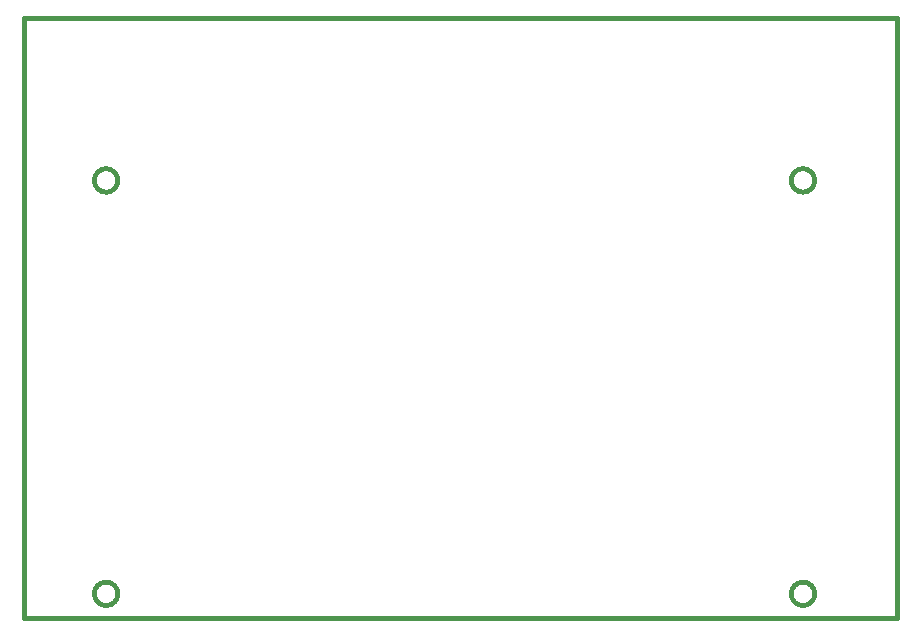
<source format=gm1>
%FSLAX25Y25*%
%MOIN*%
G70*
G01*
G75*
G04 Layer_Color=16711935*
%ADD10C,0.01969*%
%ADD11R,0.03000X0.03000*%
%ADD12R,0.02500X0.02000*%
%ADD13R,0.03000X0.03200*%
%ADD14O,0.05906X0.01378*%
%ADD15R,0.03000X0.03000*%
%ADD16R,0.05118X0.05906*%
%ADD17R,0.02000X0.02500*%
%ADD18R,0.01102X0.03543*%
%ADD19R,0.03543X0.01102*%
%ADD20R,0.01102X0.03543*%
%ADD21R,0.05906X0.05118*%
%ADD22R,0.02362X0.05709*%
%ADD23O,0.07087X0.01378*%
%ADD24O,0.02756X0.00787*%
%ADD25O,0.00787X0.02756*%
%ADD26R,0.14961X0.14961*%
%ADD27R,0.05709X0.02362*%
%ADD28R,0.04331X0.04724*%
%ADD29C,0.00800*%
%ADD30C,0.05000*%
%ADD31C,0.01500*%
%ADD32C,0.01000*%
%ADD33C,0.02000*%
%ADD34C,0.07500*%
%ADD35C,0.01200*%
%ADD36C,0.02500*%
%ADD37C,0.04000*%
%ADD38C,0.00600*%
%ADD39R,0.10000X0.10000*%
%ADD40R,0.09000X0.14000*%
%ADD41R,0.10500X0.11500*%
%ADD42R,0.85500X0.12500*%
%ADD43R,0.22500X0.12500*%
%ADD44R,0.02000X0.06500*%
%ADD45R,0.07000X0.18000*%
%ADD46R,0.08500X0.07000*%
%ADD47R,0.05906X0.05906*%
%ADD48C,0.05906*%
%ADD49C,0.07874*%
G04:AMPARAMS|DCode=50|XSize=157.48mil|YSize=74.8mil|CornerRadius=18.7mil|HoleSize=0mil|Usage=FLASHONLY|Rotation=0.000|XOffset=0mil|YOffset=0mil|HoleType=Round|Shape=RoundedRectangle|*
%AMROUNDEDRECTD50*
21,1,0.15748,0.03740,0,0,0.0*
21,1,0.12008,0.07480,0,0,0.0*
1,1,0.03740,0.06004,-0.01870*
1,1,0.03740,-0.06004,-0.01870*
1,1,0.03740,-0.06004,0.01870*
1,1,0.03740,0.06004,0.01870*
%
%ADD50ROUNDEDRECTD50*%
G04:AMPARAMS|DCode=51|XSize=118.11mil|YSize=62.99mil|CornerRadius=15.75mil|HoleSize=0mil|Usage=FLASHONLY|Rotation=270.000|XOffset=0mil|YOffset=0mil|HoleType=Round|Shape=RoundedRectangle|*
%AMROUNDEDRECTD51*
21,1,0.11811,0.03150,0,0,270.0*
21,1,0.08661,0.06299,0,0,270.0*
1,1,0.03150,-0.01575,-0.04331*
1,1,0.03150,-0.01575,0.04331*
1,1,0.03150,0.01575,0.04331*
1,1,0.03150,0.01575,-0.04331*
%
%ADD51ROUNDEDRECTD51*%
G04:AMPARAMS|DCode=52|XSize=106.3mil|YSize=66.93mil|CornerRadius=16.73mil|HoleSize=0mil|Usage=FLASHONLY|Rotation=90.000|XOffset=0mil|YOffset=0mil|HoleType=Round|Shape=RoundedRectangle|*
%AMROUNDEDRECTD52*
21,1,0.10630,0.03347,0,0,90.0*
21,1,0.07284,0.06693,0,0,90.0*
1,1,0.03346,0.01673,0.03642*
1,1,0.03346,0.01673,-0.03642*
1,1,0.03346,-0.01673,-0.03642*
1,1,0.03346,-0.01673,0.03642*
%
%ADD52ROUNDEDRECTD52*%
%ADD53C,0.03937*%
%ADD54C,0.03200*%
%ADD55C,0.02598*%
%ADD56C,0.03000*%
%ADD57R,0.07500X0.07000*%
%ADD58R,0.09500X0.07500*%
%ADD59R,0.10900X0.12400*%
%ADD60C,0.02362*%
%ADD61C,0.00984*%
%ADD62C,0.00787*%
%ADD63C,0.00500*%
%ADD64C,0.00425*%
%ADD65C,0.03937*%
%ADD66R,0.03800X0.03800*%
%ADD67R,0.03300X0.02800*%
%ADD68R,0.03800X0.04000*%
%ADD69O,0.06706X0.02178*%
%ADD70R,0.03800X0.03800*%
%ADD71R,0.05918X0.06706*%
%ADD72R,0.02800X0.03300*%
%ADD73R,0.01902X0.04343*%
%ADD74R,0.04343X0.01902*%
%ADD75R,0.01902X0.04343*%
%ADD76R,0.06706X0.05918*%
%ADD77R,0.03162X0.06509*%
%ADD78O,0.07887X0.02178*%
%ADD79O,0.03556X0.01587*%
%ADD80O,0.01587X0.03556*%
%ADD81R,0.15761X0.15761*%
%ADD82R,0.06509X0.03162*%
%ADD83R,0.05131X0.05524*%
%ADD84R,0.06706X0.06706*%
%ADD85C,0.06706*%
%ADD86C,0.08674*%
G04:AMPARAMS|DCode=87|XSize=165.48mil|YSize=82.8mil|CornerRadius=22.7mil|HoleSize=0mil|Usage=FLASHONLY|Rotation=0.000|XOffset=0mil|YOffset=0mil|HoleType=Round|Shape=RoundedRectangle|*
%AMROUNDEDRECTD87*
21,1,0.16548,0.03740,0,0,0.0*
21,1,0.12008,0.08280,0,0,0.0*
1,1,0.04540,0.06004,-0.01870*
1,1,0.04540,-0.06004,-0.01870*
1,1,0.04540,-0.06004,0.01870*
1,1,0.04540,0.06004,0.01870*
%
%ADD87ROUNDEDRECTD87*%
G04:AMPARAMS|DCode=88|XSize=126.11mil|YSize=70.99mil|CornerRadius=19.75mil|HoleSize=0mil|Usage=FLASHONLY|Rotation=270.000|XOffset=0mil|YOffset=0mil|HoleType=Round|Shape=RoundedRectangle|*
%AMROUNDEDRECTD88*
21,1,0.12611,0.03150,0,0,270.0*
21,1,0.08661,0.07099,0,0,270.0*
1,1,0.03950,-0.01575,-0.04331*
1,1,0.03950,-0.01575,0.04331*
1,1,0.03950,0.01575,0.04331*
1,1,0.03950,0.01575,-0.04331*
%
%ADD88ROUNDEDRECTD88*%
G04:AMPARAMS|DCode=89|XSize=114.3mil|YSize=74.93mil|CornerRadius=20.73mil|HoleSize=0mil|Usage=FLASHONLY|Rotation=90.000|XOffset=0mil|YOffset=0mil|HoleType=Round|Shape=RoundedRectangle|*
%AMROUNDEDRECTD89*
21,1,0.11430,0.03347,0,0,90.0*
21,1,0.07284,0.07493,0,0,90.0*
1,1,0.04146,0.01673,0.03642*
1,1,0.04146,0.01673,-0.03642*
1,1,0.04146,-0.01673,-0.03642*
1,1,0.04146,-0.01673,0.03642*
%
%ADD89ROUNDEDRECTD89*%
%ADD90C,0.04737*%
%ADD91C,0.04000*%
%ADD92C,0.03398*%
%ADD93C,0.00100*%
D31*
X7874Y145717D02*
G03*
X11811Y141780I3937J0D01*
G01*
Y149654D02*
G03*
X7874Y145717I0J-3937D01*
G01*
X15748D02*
G03*
X11811Y149654I-3937J0D01*
G01*
Y141780D02*
G03*
X15748Y145717I0J3937D01*
G01*
X240158D02*
G03*
X244095Y141780I3937J0D01*
G01*
D02*
G03*
X248032Y145717I0J3937D01*
G01*
D02*
G03*
X244095Y149654I-3937J0D01*
G01*
D02*
G03*
X240158Y145717I0J-3937D01*
G01*
Y7921D02*
G03*
X244095Y3984I3937J0D01*
G01*
D02*
G03*
X248032Y7921I0J3937D01*
G01*
D02*
G03*
X244095Y11858I-3937J0D01*
G01*
D02*
G03*
X240158Y7921I0J-3937D01*
G01*
X7874D02*
G03*
X11811Y3984I3937J0D01*
G01*
Y11858D02*
G03*
X7874Y7921I0J-3937D01*
G01*
X15748D02*
G03*
X11811Y11858I-3937J0D01*
G01*
Y3984D02*
G03*
X15748Y7921I0J3937D01*
G01*
X-15500Y0D02*
Y200000D01*
X275500D01*
Y0D02*
Y200000D01*
X-15500Y0D02*
X275500D01*
X-15500D02*
Y200000D01*
X275500D01*
Y0D02*
Y200000D01*
X-15500Y0D02*
X275500D01*
X-15500D02*
Y200000D01*
X275500D01*
Y0D02*
Y200000D01*
X-15500Y0D02*
X275500D01*
M02*

</source>
